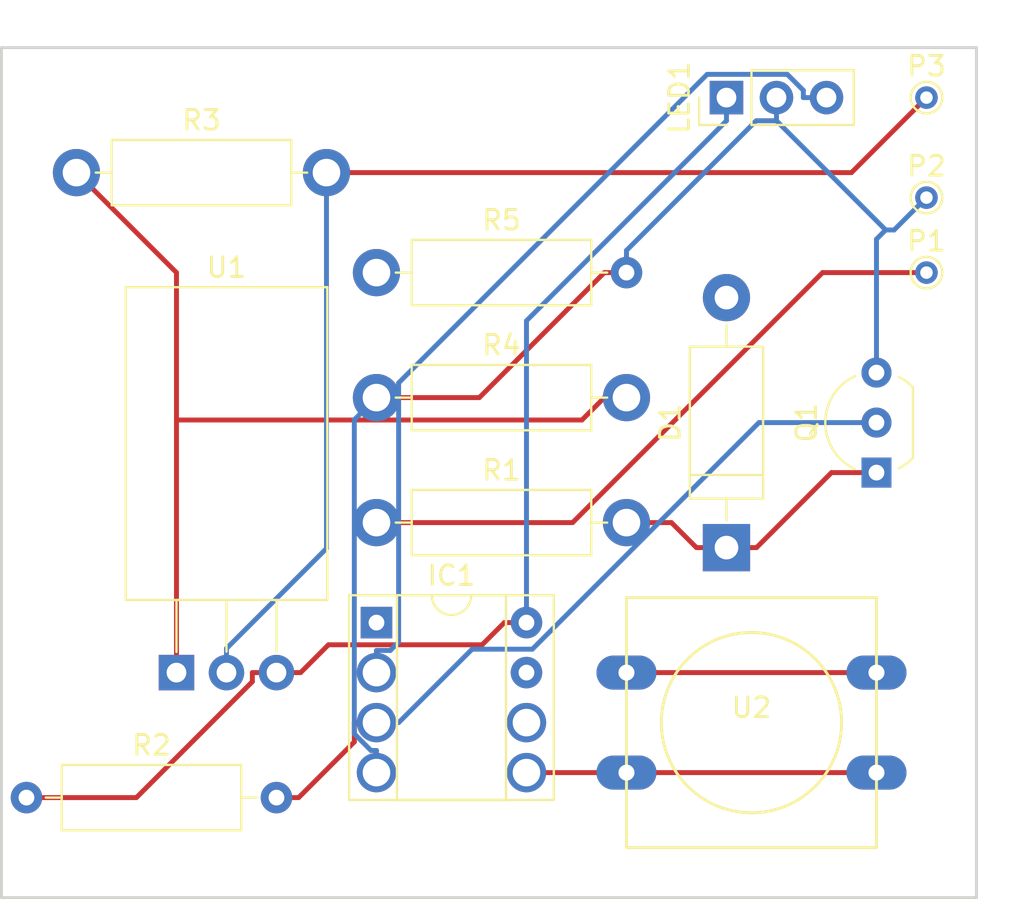
<source format=kicad_pcb>
(kicad_pcb (version 4) (host pcbnew 4.0.5)

  (general
    (links 21)
    (no_connects 0)
    (area 142.164999 96.566666 194.263334 142.315001)
    (thickness 1.6)
    (drawings 4)
    (tracks 70)
    (zones 0)
    (modules 14)
    (nets 16)
  )

  (page A4)
  (layers
    (0 F.Cu signal)
    (31 B.Cu signal)
    (32 B.Adhes user)
    (33 F.Adhes user)
    (34 B.Paste user)
    (35 F.Paste user)
    (36 B.SilkS user)
    (37 F.SilkS user)
    (38 B.Mask user)
    (39 F.Mask user)
    (40 Dwgs.User user)
    (41 Cmts.User user)
    (42 Eco1.User user)
    (43 Eco2.User user)
    (44 Edge.Cuts user)
    (45 Margin user)
    (46 B.CrtYd user)
    (47 F.CrtYd user)
    (48 B.Fab user)
    (49 F.Fab user)
  )

  (setup
    (last_trace_width 0.25)
    (trace_clearance 0.2)
    (zone_clearance 0.508)
    (zone_45_only no)
    (trace_min 0.2)
    (segment_width 0.2)
    (edge_width 0.15)
    (via_size 0.6)
    (via_drill 0.4)
    (via_min_size 0.4)
    (via_min_drill 0.3)
    (uvia_size 0.3)
    (uvia_drill 0.1)
    (uvias_allowed no)
    (uvia_min_size 0.2)
    (uvia_min_drill 0.1)
    (pcb_text_width 0.3)
    (pcb_text_size 1.5 1.5)
    (mod_edge_width 0.15)
    (mod_text_size 1 1)
    (mod_text_width 0.15)
    (pad_size 2 2)
    (pad_drill 1.4)
    (pad_to_mask_clearance 0.2)
    (aux_axis_origin 0 0)
    (visible_elements 7FFFFFFF)
    (pcbplotparams
      (layerselection 0x01030_80000001)
      (usegerberextensions false)
      (excludeedgelayer true)
      (linewidth 0.100000)
      (plotframeref false)
      (viasonmask false)
      (mode 1)
      (useauxorigin false)
      (hpglpennumber 1)
      (hpglpenspeed 20)
      (hpglpendiameter 15)
      (hpglpenoverlay 2)
      (psnegative false)
      (psa4output false)
      (plotreference true)
      (plotvalue true)
      (plotinvisibletext false)
      (padsonsilk false)
      (subtractmaskfromsilk false)
      (outputformat 1)
      (mirror false)
      (drillshape 0)
      (scaleselection 1)
      (outputdirectory ""))
  )

  (net 0 "")
  (net 1 "Net-(D1-Pad1)")
  (net 2 "Net-(D1-Pad2)")
  (net 3 "Net-(IC1-Pad8)")
  (net 4 GND)
  (net 5 "Net-(IC1-Pad2)")
  (net 6 "Net-(P1-Pad1)")
  (net 7 "Net-(IC1-Pad3)")
  (net 8 "Net-(R3-Pad1)")
  (net 9 "Net-(R5-Pad1)")
  (net 10 "Net-(U2-Pad1)")
  (net 11 "Net-(IC1-Pad5)")
  (net 12 "Net-(IC1-Pad1)")
  (net 13 "Net-(IC1-Pad6)")
  (net 14 "Net-(IC1-Pad7)")
  (net 15 "Net-(P3-Pad1)")

  (net_class Default "This is the default net class."
    (clearance 0.2)
    (trace_width 0.25)
    (via_dia 0.6)
    (via_drill 0.4)
    (uvia_dia 0.3)
    (uvia_drill 0.1)
    (add_net GND)
    (add_net "Net-(D1-Pad1)")
    (add_net "Net-(D1-Pad2)")
    (add_net "Net-(IC1-Pad1)")
    (add_net "Net-(IC1-Pad2)")
    (add_net "Net-(IC1-Pad3)")
    (add_net "Net-(IC1-Pad5)")
    (add_net "Net-(IC1-Pad6)")
    (add_net "Net-(IC1-Pad7)")
    (add_net "Net-(IC1-Pad8)")
    (add_net "Net-(P1-Pad1)")
    (add_net "Net-(P3-Pad1)")
    (add_net "Net-(R3-Pad1)")
    (add_net "Net-(R5-Pad1)")
    (add_net "Net-(U2-Pad1)")
  )

  (module Diodes_THT:D_DO-15_P12.70mm_Horizontal placed (layer F.Cu) (tedit 5877C982) (tstamp 58A38701)
    (at 179.07 124.46 90)
    (descr "D, DO-15 series, Axial, Horizontal, pin pitch=12.7mm, , length*diameter=7.6*3.6mm^2, , http://www.diodes.com/_files/packages/DO-15.pdf")
    (tags "D DO-15 series Axial Horizontal pin pitch 12.7mm  length 7.6mm diameter 3.6mm")
    (path /589CEDBF)
    (fp_text reference D1 (at 6.35 -2.86 90) (layer F.SilkS)
      (effects (font (size 1 1) (thickness 0.15)))
    )
    (fp_text value D (at 6.35 2.86 90) (layer F.Fab)
      (effects (font (size 1 1) (thickness 0.15)))
    )
    (fp_line (start 2.55 -1.8) (end 2.55 1.8) (layer F.Fab) (width 0.1))
    (fp_line (start 2.55 1.8) (end 10.15 1.8) (layer F.Fab) (width 0.1))
    (fp_line (start 10.15 1.8) (end 10.15 -1.8) (layer F.Fab) (width 0.1))
    (fp_line (start 10.15 -1.8) (end 2.55 -1.8) (layer F.Fab) (width 0.1))
    (fp_line (start 0 0) (end 2.55 0) (layer F.Fab) (width 0.1))
    (fp_line (start 12.7 0) (end 10.15 0) (layer F.Fab) (width 0.1))
    (fp_line (start 3.69 -1.8) (end 3.69 1.8) (layer F.Fab) (width 0.1))
    (fp_line (start 2.49 -1.86) (end 2.49 1.86) (layer F.SilkS) (width 0.12))
    (fp_line (start 2.49 1.86) (end 10.21 1.86) (layer F.SilkS) (width 0.12))
    (fp_line (start 10.21 1.86) (end 10.21 -1.86) (layer F.SilkS) (width 0.12))
    (fp_line (start 10.21 -1.86) (end 2.49 -1.86) (layer F.SilkS) (width 0.12))
    (fp_line (start 1.38 0) (end 2.49 0) (layer F.SilkS) (width 0.12))
    (fp_line (start 11.32 0) (end 10.21 0) (layer F.SilkS) (width 0.12))
    (fp_line (start 3.69 -1.86) (end 3.69 1.86) (layer F.SilkS) (width 0.12))
    (fp_line (start -1.45 -2.15) (end -1.45 2.15) (layer F.CrtYd) (width 0.05))
    (fp_line (start -1.45 2.15) (end 14.15 2.15) (layer F.CrtYd) (width 0.05))
    (fp_line (start 14.15 2.15) (end 14.15 -2.15) (layer F.CrtYd) (width 0.05))
    (fp_line (start 14.15 -2.15) (end -1.45 -2.15) (layer F.CrtYd) (width 0.05))
    (pad 1 thru_hole rect (at 0 0 90) (size 2.4 2.4) (drill 1.2) (layers *.Cu *.Mask)
      (net 1 "Net-(D1-Pad1)"))
    (pad 2 thru_hole oval (at 12.7 0 90) (size 2.4 2.4) (drill 1.2) (layers *.Cu *.Mask)
      (net 2 "Net-(D1-Pad2)"))
    (model Diodes_ThroughHole.3dshapes/D_DO-15_P12.70mm_Horizontal.wrl
      (at (xyz 0 0 0))
      (scale (xyz 0.393701 0.393701 0.393701))
      (rotate (xyz 0 0 0))
    )
  )

  (module Housings_DIP:DIP-8_W7.62mm_Socket placed (layer F.Cu) (tedit 58A3934F) (tstamp 58A3870D)
    (at 161.29 128.27)
    (descr "8-lead dip package, row spacing 7.62 mm (300 mils), Socket")
    (tags "DIL DIP PDIP 2.54mm 7.62mm 300mil Socket")
    (path /589CF11E)
    (fp_text reference IC1 (at 3.81 -2.39) (layer F.SilkS)
      (effects (font (size 1 1) (thickness 0.15)))
    )
    (fp_text value ATTINY85-P (at 3.81 10.01) (layer F.Fab)
      (effects (font (size 1 1) (thickness 0.15)))
    )
    (fp_arc (start 3.81 -1.39) (end 2.81 -1.39) (angle -180) (layer F.SilkS) (width 0.12))
    (fp_line (start 1.635 -1.27) (end 6.985 -1.27) (layer F.Fab) (width 0.1))
    (fp_line (start 6.985 -1.27) (end 6.985 8.89) (layer F.Fab) (width 0.1))
    (fp_line (start 6.985 8.89) (end 0.635 8.89) (layer F.Fab) (width 0.1))
    (fp_line (start 0.635 8.89) (end 0.635 -0.27) (layer F.Fab) (width 0.1))
    (fp_line (start 0.635 -0.27) (end 1.635 -1.27) (layer F.Fab) (width 0.1))
    (fp_line (start -1.27 -1.27) (end -1.27 8.89) (layer F.Fab) (width 0.1))
    (fp_line (start -1.27 8.89) (end 8.89 8.89) (layer F.Fab) (width 0.1))
    (fp_line (start 8.89 8.89) (end 8.89 -1.27) (layer F.Fab) (width 0.1))
    (fp_line (start 8.89 -1.27) (end -1.27 -1.27) (layer F.Fab) (width 0.1))
    (fp_line (start 2.81 -1.39) (end 1.04 -1.39) (layer F.SilkS) (width 0.12))
    (fp_line (start 1.04 -1.39) (end 1.04 9.01) (layer F.SilkS) (width 0.12))
    (fp_line (start 1.04 9.01) (end 6.58 9.01) (layer F.SilkS) (width 0.12))
    (fp_line (start 6.58 9.01) (end 6.58 -1.39) (layer F.SilkS) (width 0.12))
    (fp_line (start 6.58 -1.39) (end 4.81 -1.39) (layer F.SilkS) (width 0.12))
    (fp_line (start -1.39 -1.39) (end -1.39 9.01) (layer F.SilkS) (width 0.12))
    (fp_line (start -1.39 9.01) (end 9.01 9.01) (layer F.SilkS) (width 0.12))
    (fp_line (start 9.01 9.01) (end 9.01 -1.39) (layer F.SilkS) (width 0.12))
    (fp_line (start 9.01 -1.39) (end -1.39 -1.39) (layer F.SilkS) (width 0.12))
    (fp_line (start -1.7 -1.7) (end -1.7 9.3) (layer F.CrtYd) (width 0.05))
    (fp_line (start -1.7 9.3) (end 9.3 9.3) (layer F.CrtYd) (width 0.05))
    (fp_line (start 9.3 9.3) (end 9.3 -1.7) (layer F.CrtYd) (width 0.05))
    (fp_line (start 9.3 -1.7) (end -1.7 -1.7) (layer F.CrtYd) (width 0.05))
    (pad 1 thru_hole rect (at 0 0) (size 1.6 1.6) (drill 0.8) (layers *.Cu *.Mask)
      (net 12 "Net-(IC1-Pad1)"))
    (pad 5 thru_hole circle (at 7.62 7.62) (size 2 2) (drill 1.4) (layers *.Cu *.Mask)
      (net 11 "Net-(IC1-Pad5)"))
    (pad 2 thru_hole circle (at 0 2.54) (size 2 2) (drill 1.4) (layers *.Cu *.Mask)
      (net 5 "Net-(IC1-Pad2)"))
    (pad 6 thru_hole circle (at 7.62 5.08) (size 2 2) (drill 1.4) (layers *.Cu *.Mask)
      (net 13 "Net-(IC1-Pad6)"))
    (pad 3 thru_hole circle (at 0 5.08) (size 2 2) (drill 1.4) (layers *.Cu *.Mask)
      (net 7 "Net-(IC1-Pad3)"))
    (pad 7 thru_hole oval (at 7.62 2.54) (size 1.6 1.6) (drill 0.8) (layers *.Cu *.Mask)
      (net 14 "Net-(IC1-Pad7)"))
    (pad 4 thru_hole circle (at 0 7.62) (size 2 2) (drill 1.4) (layers *.Cu *.Mask)
      (net 4 GND))
    (pad 8 thru_hole oval (at 7.62 0) (size 1.6 1.6) (drill 0.8) (layers *.Cu *.Mask)
      (net 3 "Net-(IC1-Pad8)"))
    (model Housings_DIP.3dshapes/DIP-8_W7.62mm_Socket.wrl
      (at (xyz 0 0 0))
      (scale (xyz 1 1 1))
      (rotate (xyz 0 0 0))
    )
  )

  (module Pin_Headers:Pin_Header_Straight_1x03_Pitch2.54mm placed (layer F.Cu) (tedit 5862ED52) (tstamp 58A38714)
    (at 179.07 101.6 90)
    (descr "Through hole straight pin header, 1x03, 2.54mm pitch, single row")
    (tags "Through hole pin header THT 1x03 2.54mm single row")
    (path /589D2BEF)
    (fp_text reference LED1 (at 0 -2.39 90) (layer F.SilkS)
      (effects (font (size 1 1) (thickness 0.15)))
    )
    (fp_text value CONN_01X03 (at 0 7.47 90) (layer F.Fab)
      (effects (font (size 1 1) (thickness 0.15)))
    )
    (fp_line (start -1.27 -1.27) (end -1.27 6.35) (layer F.Fab) (width 0.1))
    (fp_line (start -1.27 6.35) (end 1.27 6.35) (layer F.Fab) (width 0.1))
    (fp_line (start 1.27 6.35) (end 1.27 -1.27) (layer F.Fab) (width 0.1))
    (fp_line (start 1.27 -1.27) (end -1.27 -1.27) (layer F.Fab) (width 0.1))
    (fp_line (start -1.39 1.27) (end -1.39 6.47) (layer F.SilkS) (width 0.12))
    (fp_line (start -1.39 6.47) (end 1.39 6.47) (layer F.SilkS) (width 0.12))
    (fp_line (start 1.39 6.47) (end 1.39 1.27) (layer F.SilkS) (width 0.12))
    (fp_line (start 1.39 1.27) (end -1.39 1.27) (layer F.SilkS) (width 0.12))
    (fp_line (start -1.39 0) (end -1.39 -1.39) (layer F.SilkS) (width 0.12))
    (fp_line (start -1.39 -1.39) (end 0 -1.39) (layer F.SilkS) (width 0.12))
    (fp_line (start -1.6 -1.6) (end -1.6 6.6) (layer F.CrtYd) (width 0.05))
    (fp_line (start -1.6 6.6) (end 1.6 6.6) (layer F.CrtYd) (width 0.05))
    (fp_line (start 1.6 6.6) (end 1.6 -1.6) (layer F.CrtYd) (width 0.05))
    (fp_line (start 1.6 -1.6) (end -1.6 -1.6) (layer F.CrtYd) (width 0.05))
    (pad 1 thru_hole rect (at 0 0 90) (size 1.7 1.7) (drill 1) (layers *.Cu *.Mask)
      (net 3 "Net-(IC1-Pad8)"))
    (pad 2 thru_hole oval (at 0 2.54 90) (size 1.7 1.7) (drill 1) (layers *.Cu *.Mask)
      (net 4 GND))
    (pad 3 thru_hole oval (at 0 5.08 90) (size 1.7 1.7) (drill 1) (layers *.Cu *.Mask)
      (net 5 "Net-(IC1-Pad2)"))
    (model Pin_Headers.3dshapes/Pin_Header_Straight_1x03_Pitch2.54mm.wrl
      (at (xyz 0 -0.1 0))
      (scale (xyz 1 1 1))
      (rotate (xyz 0 0 90))
    )
  )

  (module Connectors:PINTST placed (layer F.Cu) (tedit 58613369) (tstamp 58A3871C)
    (at 189.23 110.49)
    (descr "module 1 pin (ou trou mecanique de percage)")
    (tags DEV)
    (path /589D1326)
    (fp_text reference P1 (at 0 -1.6) (layer F.SilkS)
      (effects (font (size 1 1) (thickness 0.15)))
    )
    (fp_text value CONN_01X01 (at 0 1.6) (layer F.Fab)
      (effects (font (size 1 1) (thickness 0.15)))
    )
    (fp_circle (center 0 0) (end 1.1 0) (layer F.CrtYd) (width 0.05))
    (fp_circle (center 0 0) (end 0.4 0.6) (layer F.Fab) (width 0.1))
    (fp_circle (center 0 0) (end -0.254 -0.762) (layer F.SilkS) (width 0.12))
    (pad 1 thru_hole circle (at 0 0) (size 1.143 1.143) (drill 0.635) (layers *.Cu *.Mask)
      (net 6 "Net-(P1-Pad1)"))
    (model Connectors.3dshapes/PINTST.wrl
      (at (xyz 0 0 0))
      (scale (xyz 1 1 1))
      (rotate (xyz 0 0 0))
    )
  )

  (module Connectors:PINTST placed (layer F.Cu) (tedit 58613369) (tstamp 58A38724)
    (at 189.23 106.68)
    (descr "module 1 pin (ou trou mecanique de percage)")
    (tags DEV)
    (path /58A388F4)
    (fp_text reference P2 (at 0 -1.6) (layer F.SilkS)
      (effects (font (size 1 1) (thickness 0.15)))
    )
    (fp_text value CONN_01X01 (at 0 1.6) (layer F.Fab)
      (effects (font (size 1 1) (thickness 0.15)))
    )
    (fp_circle (center 0 0) (end 1.1 0) (layer F.CrtYd) (width 0.05))
    (fp_circle (center 0 0) (end 0.4 0.6) (layer F.Fab) (width 0.1))
    (fp_circle (center 0 0) (end -0.254 -0.762) (layer F.SilkS) (width 0.12))
    (pad 1 thru_hole circle (at 0 0) (size 1.143 1.143) (drill 0.635) (layers *.Cu *.Mask)
      (net 4 GND))
    (model Connectors.3dshapes/PINTST.wrl
      (at (xyz 0 0 0))
      (scale (xyz 1 1 1))
      (rotate (xyz 0 0 0))
    )
  )

  (module Connectors:PINTST placed (layer F.Cu) (tedit 58613369) (tstamp 58A3872C)
    (at 189.23 101.6)
    (descr "module 1 pin (ou trou mecanique de percage)")
    (tags DEV)
    (path /58A38F00)
    (fp_text reference P3 (at 0 -1.6) (layer F.SilkS)
      (effects (font (size 1 1) (thickness 0.15)))
    )
    (fp_text value CONN_01X01 (at 0 1.6) (layer F.Fab)
      (effects (font (size 1 1) (thickness 0.15)))
    )
    (fp_circle (center 0 0) (end 1.1 0) (layer F.CrtYd) (width 0.05))
    (fp_circle (center 0 0) (end 0.4 0.6) (layer F.Fab) (width 0.1))
    (fp_circle (center 0 0) (end -0.254 -0.762) (layer F.SilkS) (width 0.12))
    (pad 1 thru_hole circle (at 0 0) (size 1.143 1.143) (drill 0.635) (layers *.Cu *.Mask)
      (net 15 "Net-(P3-Pad1)"))
    (model Connectors.3dshapes/PINTST.wrl
      (at (xyz 0 0 0))
      (scale (xyz 1 1 1))
      (rotate (xyz 0 0 0))
    )
  )

  (module TO_SOT_Packages_THT:TO-92_Inline_Wide placed (layer F.Cu) (tedit 58610935) (tstamp 58A38733)
    (at 186.69 120.65 90)
    (descr "TO-92 leads in-line, wide, drill 0.8mm (see NXP sot054_po.pdf)")
    (tags "to-92 sc-43 sc-43a sot54 PA33 transistor")
    (path /589CED65)
    (fp_text reference Q1 (at 2.54 -3.556 270) (layer F.SilkS)
      (effects (font (size 1 1) (thickness 0.15)))
    )
    (fp_text value Q_NPN_BCE (at 2.54 2.794 90) (layer F.Fab)
      (effects (font (size 1 1) (thickness 0.15)))
    )
    (fp_line (start -1.1 -3) (end 6.1 -3) (layer F.CrtYd) (width 0.05))
    (fp_line (start 6.1 -3) (end 6.1 2.3) (layer F.CrtYd) (width 0.05))
    (fp_line (start 6.1 2.3) (end -1.1 2.3) (layer F.CrtYd) (width 0.05))
    (fp_line (start -1.1 2.3) (end -1.1 -3) (layer F.CrtYd) (width 0.05))
    (fp_line (start 0.74 1.85) (end 4.34 1.85) (layer F.SilkS) (width 0.12))
    (fp_line (start 0.8 1.75) (end 4.3 1.75) (layer F.Fab) (width 0.1))
    (fp_arc (start 2.54 0) (end 0.74 1.85) (angle 20) (layer F.SilkS) (width 0.12))
    (fp_arc (start 2.54 0) (end 2.54 -2.6) (angle -65) (layer F.SilkS) (width 0.12))
    (fp_arc (start 2.54 0) (end 2.54 -2.6) (angle 65) (layer F.SilkS) (width 0.12))
    (fp_arc (start 2.54 0) (end 2.54 -2.48) (angle 135) (layer F.Fab) (width 0.1))
    (fp_arc (start 2.54 0) (end 2.54 -2.48) (angle -135) (layer F.Fab) (width 0.1))
    (fp_arc (start 2.54 0) (end 4.34 1.85) (angle -20) (layer F.SilkS) (width 0.12))
    (pad 2 thru_hole circle (at 2.54 0 180) (size 1.524 1.524) (drill 0.8) (layers *.Cu *.Mask)
      (net 7 "Net-(IC1-Pad3)"))
    (pad 3 thru_hole circle (at 5.08 0 180) (size 1.524 1.524) (drill 0.8) (layers *.Cu *.Mask)
      (net 4 GND))
    (pad 1 thru_hole rect (at 0 0 180) (size 1.524 1.524) (drill 0.8) (layers *.Cu *.Mask)
      (net 1 "Net-(D1-Pad1)"))
    (model TO_SOT_Packages_THT.3dshapes/TO-92_Inline_Wide.wrl
      (at (xyz 0.1 0 0))
      (scale (xyz 1 1 1))
      (rotate (xyz 0 0 -90))
    )
  )

  (module Resistors_THT:R_Axial_DIN0309_L9.0mm_D3.2mm_P12.70mm_Horizontal placed (layer F.Cu) (tedit 58A39182) (tstamp 58A38739)
    (at 161.29 123.19)
    (descr "Resistor, Axial_DIN0309 series, Axial, Horizontal, pin pitch=12.7mm, 0.5W = 1/2W, length*diameter=9*3.2mm^2, http://cdn-reichelt.de/documents/datenblatt/B400/1_4W%23YAG.pdf")
    (tags "Resistor Axial_DIN0309 series Axial Horizontal pin pitch 12.7mm 0.5W = 1/2W length 9mm diameter 3.2mm")
    (path /589CECD3)
    (fp_text reference R1 (at 6.35 -2.66) (layer F.SilkS)
      (effects (font (size 1 1) (thickness 0.15)))
    )
    (fp_text value 3.3k (at 6.35 2.66) (layer F.Fab)
      (effects (font (size 1 1) (thickness 0.15)))
    )
    (fp_line (start 1.85 -1.6) (end 1.85 1.6) (layer F.Fab) (width 0.1))
    (fp_line (start 1.85 1.6) (end 10.85 1.6) (layer F.Fab) (width 0.1))
    (fp_line (start 10.85 1.6) (end 10.85 -1.6) (layer F.Fab) (width 0.1))
    (fp_line (start 10.85 -1.6) (end 1.85 -1.6) (layer F.Fab) (width 0.1))
    (fp_line (start 0 0) (end 1.85 0) (layer F.Fab) (width 0.1))
    (fp_line (start 12.7 0) (end 10.85 0) (layer F.Fab) (width 0.1))
    (fp_line (start 1.79 -1.66) (end 1.79 1.66) (layer F.SilkS) (width 0.12))
    (fp_line (start 1.79 1.66) (end 10.91 1.66) (layer F.SilkS) (width 0.12))
    (fp_line (start 10.91 1.66) (end 10.91 -1.66) (layer F.SilkS) (width 0.12))
    (fp_line (start 10.91 -1.66) (end 1.79 -1.66) (layer F.SilkS) (width 0.12))
    (fp_line (start 0.98 0) (end 1.79 0) (layer F.SilkS) (width 0.12))
    (fp_line (start 11.72 0) (end 10.91 0) (layer F.SilkS) (width 0.12))
    (fp_line (start -1.05 -1.95) (end -1.05 1.95) (layer F.CrtYd) (width 0.05))
    (fp_line (start -1.05 1.95) (end 13.75 1.95) (layer F.CrtYd) (width 0.05))
    (fp_line (start 13.75 1.95) (end 13.75 -1.95) (layer F.CrtYd) (width 0.05))
    (fp_line (start 13.75 -1.95) (end -1.05 -1.95) (layer F.CrtYd) (width 0.05))
    (pad 1 thru_hole circle (at 0 0) (size 2.4 2.4) (drill 1.4) (layers *.Cu *.Mask)
      (net 6 "Net-(P1-Pad1)"))
    (pad 2 thru_hole circle (at 12.7 0) (size 2.4 2.4) (drill 1.4) (layers *.Cu *.Mask)
      (net 1 "Net-(D1-Pad1)"))
    (model Resistors_ThroughHole.3dshapes/R_Axial_DIN0309_L9.0mm_D3.2mm_P12.70mm_Horizontal.wrl
      (at (xyz 0 0 0))
      (scale (xyz 0.393701 0.393701 0.393701))
      (rotate (xyz 0 0 0))
    )
  )

  (module Resistors_THT:R_Axial_DIN0309_L9.0mm_D3.2mm_P12.70mm_Horizontal placed (layer F.Cu) (tedit 5874F706) (tstamp 58A3873F)
    (at 143.51 137.16)
    (descr "Resistor, Axial_DIN0309 series, Axial, Horizontal, pin pitch=12.7mm, 0.5W = 1/2W, length*diameter=9*3.2mm^2, http://cdn-reichelt.de/documents/datenblatt/B400/1_4W%23YAG.pdf")
    (tags "Resistor Axial_DIN0309 series Axial Horizontal pin pitch 12.7mm 0.5W = 1/2W length 9mm diameter 3.2mm")
    (path /589CED08)
    (fp_text reference R2 (at 6.35 -2.66) (layer F.SilkS)
      (effects (font (size 1 1) (thickness 0.15)))
    )
    (fp_text value 10k (at 6.35 2.66) (layer F.Fab)
      (effects (font (size 1 1) (thickness 0.15)))
    )
    (fp_line (start 1.85 -1.6) (end 1.85 1.6) (layer F.Fab) (width 0.1))
    (fp_line (start 1.85 1.6) (end 10.85 1.6) (layer F.Fab) (width 0.1))
    (fp_line (start 10.85 1.6) (end 10.85 -1.6) (layer F.Fab) (width 0.1))
    (fp_line (start 10.85 -1.6) (end 1.85 -1.6) (layer F.Fab) (width 0.1))
    (fp_line (start 0 0) (end 1.85 0) (layer F.Fab) (width 0.1))
    (fp_line (start 12.7 0) (end 10.85 0) (layer F.Fab) (width 0.1))
    (fp_line (start 1.79 -1.66) (end 1.79 1.66) (layer F.SilkS) (width 0.12))
    (fp_line (start 1.79 1.66) (end 10.91 1.66) (layer F.SilkS) (width 0.12))
    (fp_line (start 10.91 1.66) (end 10.91 -1.66) (layer F.SilkS) (width 0.12))
    (fp_line (start 10.91 -1.66) (end 1.79 -1.66) (layer F.SilkS) (width 0.12))
    (fp_line (start 0.98 0) (end 1.79 0) (layer F.SilkS) (width 0.12))
    (fp_line (start 11.72 0) (end 10.91 0) (layer F.SilkS) (width 0.12))
    (fp_line (start -1.05 -1.95) (end -1.05 1.95) (layer F.CrtYd) (width 0.05))
    (fp_line (start -1.05 1.95) (end 13.75 1.95) (layer F.CrtYd) (width 0.05))
    (fp_line (start 13.75 1.95) (end 13.75 -1.95) (layer F.CrtYd) (width 0.05))
    (fp_line (start 13.75 -1.95) (end -1.05 -1.95) (layer F.CrtYd) (width 0.05))
    (pad 1 thru_hole circle (at 0 0) (size 1.6 1.6) (drill 0.8) (layers *.Cu *.Mask)
      (net 3 "Net-(IC1-Pad8)"))
    (pad 2 thru_hole oval (at 12.7 0) (size 1.6 1.6) (drill 0.8) (layers *.Cu *.Mask)
      (net 7 "Net-(IC1-Pad3)"))
    (model Resistors_ThroughHole.3dshapes/R_Axial_DIN0309_L9.0mm_D3.2mm_P12.70mm_Horizontal.wrl
      (at (xyz 0 0 0))
      (scale (xyz 0.393701 0.393701 0.393701))
      (rotate (xyz 0 0 0))
    )
  )

  (module Resistors_THT:R_Axial_DIN0309_L9.0mm_D3.2mm_P12.70mm_Horizontal placed (layer F.Cu) (tedit 58A390E8) (tstamp 58A38745)
    (at 146.05 105.41)
    (descr "Resistor, Axial_DIN0309 series, Axial, Horizontal, pin pitch=12.7mm, 0.5W = 1/2W, length*diameter=9*3.2mm^2, http://cdn-reichelt.de/documents/datenblatt/B400/1_4W%23YAG.pdf")
    (tags "Resistor Axial_DIN0309 series Axial Horizontal pin pitch 12.7mm 0.5W = 1/2W length 9mm diameter 3.2mm")
    (path /589CFD56)
    (fp_text reference R3 (at 6.35 -2.66) (layer F.SilkS)
      (effects (font (size 1 1) (thickness 0.15)))
    )
    (fp_text value 5 (at 6.35 2.66) (layer F.Fab)
      (effects (font (size 1 1) (thickness 0.15)))
    )
    (fp_line (start 1.85 -1.6) (end 1.85 1.6) (layer F.Fab) (width 0.1))
    (fp_line (start 1.85 1.6) (end 10.85 1.6) (layer F.Fab) (width 0.1))
    (fp_line (start 10.85 1.6) (end 10.85 -1.6) (layer F.Fab) (width 0.1))
    (fp_line (start 10.85 -1.6) (end 1.85 -1.6) (layer F.Fab) (width 0.1))
    (fp_line (start 0 0) (end 1.85 0) (layer F.Fab) (width 0.1))
    (fp_line (start 12.7 0) (end 10.85 0) (layer F.Fab) (width 0.1))
    (fp_line (start 1.79 -1.66) (end 1.79 1.66) (layer F.SilkS) (width 0.12))
    (fp_line (start 1.79 1.66) (end 10.91 1.66) (layer F.SilkS) (width 0.12))
    (fp_line (start 10.91 1.66) (end 10.91 -1.66) (layer F.SilkS) (width 0.12))
    (fp_line (start 10.91 -1.66) (end 1.79 -1.66) (layer F.SilkS) (width 0.12))
    (fp_line (start 0.98 0) (end 1.79 0) (layer F.SilkS) (width 0.12))
    (fp_line (start 11.72 0) (end 10.91 0) (layer F.SilkS) (width 0.12))
    (fp_line (start -1.05 -1.95) (end -1.05 1.95) (layer F.CrtYd) (width 0.05))
    (fp_line (start -1.05 1.95) (end 13.75 1.95) (layer F.CrtYd) (width 0.05))
    (fp_line (start 13.75 1.95) (end 13.75 -1.95) (layer F.CrtYd) (width 0.05))
    (fp_line (start 13.75 -1.95) (end -1.05 -1.95) (layer F.CrtYd) (width 0.05))
    (pad 1 thru_hole circle (at 0 0) (size 2.4 2.4) (drill 1.4) (layers *.Cu *.Mask)
      (net 8 "Net-(R3-Pad1)"))
    (pad 2 thru_hole circle (at 12.7 0) (size 2.4 2.4) (drill 1.4) (layers *.Cu *.Mask)
      (net 15 "Net-(P3-Pad1)"))
    (model Resistors_ThroughHole.3dshapes/R_Axial_DIN0309_L9.0mm_D3.2mm_P12.70mm_Horizontal.wrl
      (at (xyz 0 0 0))
      (scale (xyz 0.393701 0.393701 0.393701))
      (rotate (xyz 0 0 0))
    )
  )

  (module Resistors_THT:R_Axial_DIN0309_L9.0mm_D3.2mm_P12.70mm_Horizontal placed (layer F.Cu) (tedit 58A39171) (tstamp 58A3874B)
    (at 161.29 116.84)
    (descr "Resistor, Axial_DIN0309 series, Axial, Horizontal, pin pitch=12.7mm, 0.5W = 1/2W, length*diameter=9*3.2mm^2, http://cdn-reichelt.de/documents/datenblatt/B400/1_4W%23YAG.pdf")
    (tags "Resistor Axial_DIN0309 series Axial Horizontal pin pitch 12.7mm 0.5W = 1/2W length 9mm diameter 3.2mm")
    (path /589CFD93)
    (fp_text reference R4 (at 6.35 -2.66) (layer F.SilkS)
      (effects (font (size 1 1) (thickness 0.15)))
    )
    (fp_text value 7 (at 6.35 2.66) (layer F.Fab)
      (effects (font (size 1 1) (thickness 0.15)))
    )
    (fp_line (start 1.85 -1.6) (end 1.85 1.6) (layer F.Fab) (width 0.1))
    (fp_line (start 1.85 1.6) (end 10.85 1.6) (layer F.Fab) (width 0.1))
    (fp_line (start 10.85 1.6) (end 10.85 -1.6) (layer F.Fab) (width 0.1))
    (fp_line (start 10.85 -1.6) (end 1.85 -1.6) (layer F.Fab) (width 0.1))
    (fp_line (start 0 0) (end 1.85 0) (layer F.Fab) (width 0.1))
    (fp_line (start 12.7 0) (end 10.85 0) (layer F.Fab) (width 0.1))
    (fp_line (start 1.79 -1.66) (end 1.79 1.66) (layer F.SilkS) (width 0.12))
    (fp_line (start 1.79 1.66) (end 10.91 1.66) (layer F.SilkS) (width 0.12))
    (fp_line (start 10.91 1.66) (end 10.91 -1.66) (layer F.SilkS) (width 0.12))
    (fp_line (start 10.91 -1.66) (end 1.79 -1.66) (layer F.SilkS) (width 0.12))
    (fp_line (start 0.98 0) (end 1.79 0) (layer F.SilkS) (width 0.12))
    (fp_line (start 11.72 0) (end 10.91 0) (layer F.SilkS) (width 0.12))
    (fp_line (start -1.05 -1.95) (end -1.05 1.95) (layer F.CrtYd) (width 0.05))
    (fp_line (start -1.05 1.95) (end 13.75 1.95) (layer F.CrtYd) (width 0.05))
    (fp_line (start 13.75 1.95) (end 13.75 -1.95) (layer F.CrtYd) (width 0.05))
    (fp_line (start 13.75 -1.95) (end -1.05 -1.95) (layer F.CrtYd) (width 0.05))
    (pad 1 thru_hole circle (at 0 0) (size 2.4 2.4) (drill 1.4) (layers *.Cu *.Mask)
      (net 4 GND))
    (pad 2 thru_hole circle (at 12.7 0) (size 2.4 2.4) (drill 1.4) (layers *.Cu *.Mask)
      (net 8 "Net-(R3-Pad1)"))
    (model Resistors_ThroughHole.3dshapes/R_Axial_DIN0309_L9.0mm_D3.2mm_P12.70mm_Horizontal.wrl
      (at (xyz 0 0 0))
      (scale (xyz 0.393701 0.393701 0.393701))
      (rotate (xyz 0 0 0))
    )
  )

  (module Resistors_THT:R_Axial_DIN0309_L9.0mm_D3.2mm_P12.70mm_Horizontal placed (layer F.Cu) (tedit 58A3914A) (tstamp 58A38751)
    (at 161.29 110.49)
    (descr "Resistor, Axial_DIN0309 series, Axial, Horizontal, pin pitch=12.7mm, 0.5W = 1/2W, length*diameter=9*3.2mm^2, http://cdn-reichelt.de/documents/datenblatt/B400/1_4W%23YAG.pdf")
    (tags "Resistor Axial_DIN0309 series Axial Horizontal pin pitch 12.7mm 0.5W = 1/2W length 9mm diameter 3.2mm")
    (path /589D1EA3)
    (fp_text reference R5 (at 6.35 -2.66) (layer F.SilkS)
      (effects (font (size 1 1) (thickness 0.15)))
    )
    (fp_text value 10k (at 6.35 2.66) (layer F.Fab)
      (effects (font (size 1 1) (thickness 0.15)))
    )
    (fp_line (start 1.85 -1.6) (end 1.85 1.6) (layer F.Fab) (width 0.1))
    (fp_line (start 1.85 1.6) (end 10.85 1.6) (layer F.Fab) (width 0.1))
    (fp_line (start 10.85 1.6) (end 10.85 -1.6) (layer F.Fab) (width 0.1))
    (fp_line (start 10.85 -1.6) (end 1.85 -1.6) (layer F.Fab) (width 0.1))
    (fp_line (start 0 0) (end 1.85 0) (layer F.Fab) (width 0.1))
    (fp_line (start 12.7 0) (end 10.85 0) (layer F.Fab) (width 0.1))
    (fp_line (start 1.79 -1.66) (end 1.79 1.66) (layer F.SilkS) (width 0.12))
    (fp_line (start 1.79 1.66) (end 10.91 1.66) (layer F.SilkS) (width 0.12))
    (fp_line (start 10.91 1.66) (end 10.91 -1.66) (layer F.SilkS) (width 0.12))
    (fp_line (start 10.91 -1.66) (end 1.79 -1.66) (layer F.SilkS) (width 0.12))
    (fp_line (start 0.98 0) (end 1.79 0) (layer F.SilkS) (width 0.12))
    (fp_line (start 11.72 0) (end 10.91 0) (layer F.SilkS) (width 0.12))
    (fp_line (start -1.05 -1.95) (end -1.05 1.95) (layer F.CrtYd) (width 0.05))
    (fp_line (start -1.05 1.95) (end 13.75 1.95) (layer F.CrtYd) (width 0.05))
    (fp_line (start 13.75 1.95) (end 13.75 -1.95) (layer F.CrtYd) (width 0.05))
    (fp_line (start 13.75 -1.95) (end -1.05 -1.95) (layer F.CrtYd) (width 0.05))
    (pad 1 thru_hole circle (at 0 0) (size 2.4 2.4) (drill 1.4) (layers *.Cu *.Mask)
      (net 9 "Net-(R5-Pad1)"))
    (pad 2 thru_hole oval (at 12.7 0) (size 1.6 1.6) (drill 0.8) (layers *.Cu *.Mask)
      (net 4 GND))
    (model Resistors_ThroughHole.3dshapes/R_Axial_DIN0309_L9.0mm_D3.2mm_P12.70mm_Horizontal.wrl
      (at (xyz 0 0 0))
      (scale (xyz 0.393701 0.393701 0.393701))
      (rotate (xyz 0 0 0))
    )
  )

  (module TO_SOT_Packages_THT:TO-220_Horizontal placed (layer F.Cu) (tedit 58A217F3) (tstamp 58A38759)
    (at 151.13 130.81)
    (descr "TO-220, Horizontal, RM 2.54mm")
    (tags "TO-220 Horizontal RM 2.54mm")
    (path /589CFC51)
    (fp_text reference U1 (at 2.54 -20.58) (layer F.SilkS)
      (effects (font (size 1 1) (thickness 0.15)))
    )
    (fp_text value LM317K (at 2.54 1.9) (layer F.Fab)
      (effects (font (size 1 1) (thickness 0.15)))
    )
    (fp_circle (center 2.54 -16.66) (end 4.39 -16.66) (layer F.Fab) (width 0.1))
    (fp_line (start -2.46 -13.06) (end -2.46 -19.46) (layer F.Fab) (width 0.1))
    (fp_line (start -2.46 -19.46) (end 7.54 -19.46) (layer F.Fab) (width 0.1))
    (fp_line (start 7.54 -19.46) (end 7.54 -13.06) (layer F.Fab) (width 0.1))
    (fp_line (start 7.54 -13.06) (end -2.46 -13.06) (layer F.Fab) (width 0.1))
    (fp_line (start -2.46 -3.81) (end -2.46 -13.06) (layer F.Fab) (width 0.1))
    (fp_line (start -2.46 -13.06) (end 7.54 -13.06) (layer F.Fab) (width 0.1))
    (fp_line (start 7.54 -13.06) (end 7.54 -3.81) (layer F.Fab) (width 0.1))
    (fp_line (start 7.54 -3.81) (end -2.46 -3.81) (layer F.Fab) (width 0.1))
    (fp_line (start 0 -3.81) (end 0 0) (layer F.Fab) (width 0.1))
    (fp_line (start 2.54 -3.81) (end 2.54 0) (layer F.Fab) (width 0.1))
    (fp_line (start 5.08 -3.81) (end 5.08 0) (layer F.Fab) (width 0.1))
    (fp_line (start -2.58 -3.69) (end 7.66 -3.69) (layer F.SilkS) (width 0.12))
    (fp_line (start -2.58 -19.58) (end 7.66 -19.58) (layer F.SilkS) (width 0.12))
    (fp_line (start -2.58 -19.58) (end -2.58 -3.69) (layer F.SilkS) (width 0.12))
    (fp_line (start 7.66 -19.58) (end 7.66 -3.69) (layer F.SilkS) (width 0.12))
    (fp_line (start 0 -3.69) (end 0 -1.05) (layer F.SilkS) (width 0.12))
    (fp_line (start 2.54 -3.69) (end 2.54 -1.066) (layer F.SilkS) (width 0.12))
    (fp_line (start 5.08 -3.69) (end 5.08 -1.066) (layer F.SilkS) (width 0.12))
    (fp_line (start -2.71 -19.71) (end -2.71 1.15) (layer F.CrtYd) (width 0.05))
    (fp_line (start -2.71 1.15) (end 7.79 1.15) (layer F.CrtYd) (width 0.05))
    (fp_line (start 7.79 1.15) (end 7.79 -19.71) (layer F.CrtYd) (width 0.05))
    (fp_line (start 7.79 -19.71) (end -2.71 -19.71) (layer F.CrtYd) (width 0.05))
    (fp_text user %R (at 2.54 -20.58) (layer F.Fab)
      (effects (font (size 1 1) (thickness 0.15)))
    )
    (pad None np_thru_hole oval (at 2.54 -16.66) (size 3.5 3.5) (drill 3.5) (layers *.Cu *.Mask))
    (pad 1 thru_hole rect (at 0 0) (size 1.8 1.8) (drill 1) (layers *.Cu *.Mask)
      (net 8 "Net-(R3-Pad1)"))
    (pad 2 thru_hole oval (at 2.54 0) (size 1.8 1.8) (drill 1) (layers *.Cu *.Mask)
      (net 15 "Net-(P3-Pad1)"))
    (pad 3 thru_hole oval (at 5.08 0) (size 1.8 1.8) (drill 1) (layers *.Cu *.Mask)
      (net 3 "Net-(IC1-Pad8)"))
    (model TO_SOT_Packages_THT.3dshapes/TO-220_Horizontal.wrl
      (at (xyz 0.1 0 0))
      (scale (xyz 0.393701 0.393701 0.393701))
      (rotate (xyz 0 0 0))
    )
  )

  (module Buttons_Switches_THT:SW_PUSH-12mm placed (layer F.Cu) (tedit 53FD9538) (tstamp 58A38761)
    (at 180.34 133.35)
    (path /589D1348)
    (fp_text reference U2 (at 0 -0.762) (layer F.SilkS)
      (effects (font (size 1 1) (thickness 0.15)))
    )
    (fp_text value DG9421 (at 0 1.016) (layer F.Fab)
      (effects (font (size 1 1) (thickness 0.15)))
    )
    (fp_circle (center 0 0) (end 3.81 2.54) (layer F.SilkS) (width 0.15))
    (fp_line (start -6.35 -6.35) (end 6.35 -6.35) (layer F.SilkS) (width 0.15))
    (fp_line (start 6.35 -6.35) (end 6.35 6.35) (layer F.SilkS) (width 0.15))
    (fp_line (start 6.35 6.35) (end -6.35 6.35) (layer F.SilkS) (width 0.15))
    (fp_line (start -6.35 6.35) (end -6.35 -6.35) (layer F.SilkS) (width 0.15))
    (pad 1 thru_hole oval (at 6.35 -2.54) (size 3.048 1.7272) (drill 0.8128) (layers *.Cu *.Mask)
      (net 10 "Net-(U2-Pad1)"))
    (pad 2 thru_hole oval (at 6.35 2.54) (size 3.048 1.7272) (drill 0.8128) (layers *.Cu *.Mask)
      (net 11 "Net-(IC1-Pad5)"))
    (pad 1 thru_hole oval (at -6.35 -2.54) (size 3.048 1.7272) (drill 0.8128) (layers *.Cu *.Mask)
      (net 10 "Net-(U2-Pad1)"))
    (pad 2 thru_hole oval (at -6.35 2.54) (size 3.048 1.7272) (drill 0.8128) (layers *.Cu *.Mask)
      (net 11 "Net-(IC1-Pad5)"))
    (model Buttons_Switches_ThroughHole.3dshapes/SW_PUSH-12mm.wrl
      (at (xyz 0 0 0))
      (scale (xyz 4 4 4))
      (rotate (xyz 0 0 0))
    )
  )

  (gr_line (start 191.77 99.06) (end 191.77 142.24) (angle 90) (layer Edge.Cuts) (width 0.15))
  (gr_line (start 142.24 99.06) (end 191.77 99.06) (angle 90) (layer Edge.Cuts) (width 0.15))
  (gr_line (start 142.24 142.24) (end 142.24 99.06) (angle 90) (layer Edge.Cuts) (width 0.15))
  (gr_line (start 191.77 142.24) (end 142.24 142.24) (angle 90) (layer Edge.Cuts) (width 0.15))

  (segment (start 176.2747 123.19) (end 177.5447 124.46) (width 0.25) (layer F.Cu) (net 1))
  (segment (start 173.99 123.19) (end 176.2747 123.19) (width 0.25) (layer F.Cu) (net 1))
  (segment (start 179.07 124.46) (end 177.5447 124.46) (width 0.25) (layer F.Cu) (net 1))
  (segment (start 184.4053 120.65) (end 180.5953 124.46) (width 0.25) (layer F.Cu) (net 1))
  (segment (start 186.69 120.65) (end 184.4053 120.65) (width 0.25) (layer F.Cu) (net 1))
  (segment (start 179.07 124.46) (end 180.5953 124.46) (width 0.25) (layer F.Cu) (net 1))
  (segment (start 166.6594 129.3953) (end 167.7847 128.27) (width 0.25) (layer F.Cu) (net 3))
  (segment (start 158.85 129.3953) (end 166.6594 129.3953) (width 0.25) (layer F.Cu) (net 3))
  (segment (start 157.4353 130.81) (end 158.85 129.3953) (width 0.25) (layer F.Cu) (net 3))
  (segment (start 156.21 130.81) (end 157.4353 130.81) (width 0.25) (layer F.Cu) (net 3))
  (segment (start 168.91 128.27) (end 167.7847 128.27) (width 0.25) (layer F.Cu) (net 3))
  (segment (start 154.9847 131.2695) (end 154.9847 130.81) (width 0.25) (layer F.Cu) (net 3))
  (segment (start 149.0942 137.16) (end 154.9847 131.2695) (width 0.25) (layer F.Cu) (net 3))
  (segment (start 143.51 137.16) (end 149.0942 137.16) (width 0.25) (layer F.Cu) (net 3))
  (segment (start 156.21 130.81) (end 154.9847 130.81) (width 0.25) (layer F.Cu) (net 3))
  (segment (start 168.91 112.9353) (end 168.91 128.27) (width 0.25) (layer B.Cu) (net 3))
  (segment (start 179.07 102.7753) (end 168.91 112.9353) (width 0.25) (layer B.Cu) (net 3))
  (segment (start 179.07 101.6) (end 179.07 102.7753) (width 0.25) (layer B.Cu) (net 3))
  (segment (start 161.0086 134.7647) (end 161.29 134.7647) (width 0.25) (layer B.Cu) (net 4))
  (segment (start 160.1647 133.9208) (end 161.0086 134.7647) (width 0.25) (layer B.Cu) (net 4))
  (segment (start 160.1647 117.9653) (end 160.1647 133.9208) (width 0.25) (layer B.Cu) (net 4))
  (segment (start 161.29 116.84) (end 160.1647 117.9653) (width 0.25) (layer B.Cu) (net 4))
  (segment (start 161.29 135.89) (end 161.29 134.7647) (width 0.25) (layer B.Cu) (net 4))
  (segment (start 166.5147 116.84) (end 161.29 116.84) (width 0.25) (layer F.Cu) (net 4))
  (segment (start 172.8647 110.49) (end 166.5147 116.84) (width 0.25) (layer F.Cu) (net 4))
  (segment (start 173.99 110.49) (end 172.8647 110.49) (width 0.25) (layer F.Cu) (net 4))
  (segment (start 180.5794 102.7753) (end 181.61 102.7753) (width 0.25) (layer B.Cu) (net 4))
  (segment (start 173.99 109.3647) (end 180.5794 102.7753) (width 0.25) (layer B.Cu) (net 4))
  (segment (start 173.99 110.49) (end 173.99 109.3647) (width 0.25) (layer B.Cu) (net 4))
  (segment (start 181.61 101.6) (end 181.61 102.7753) (width 0.25) (layer B.Cu) (net 4))
  (segment (start 186.69 108.7915) (end 187.1581 108.3234) (width 0.25) (layer B.Cu) (net 4))
  (segment (start 186.69 115.57) (end 186.69 108.7915) (width 0.25) (layer B.Cu) (net 4))
  (segment (start 187.5866 108.3234) (end 187.1581 108.3234) (width 0.25) (layer B.Cu) (net 4))
  (segment (start 189.23 106.68) (end 187.5866 108.3234) (width 0.25) (layer B.Cu) (net 4))
  (segment (start 187.1581 108.3234) (end 181.61 102.7753) (width 0.25) (layer B.Cu) (net 4))
  (segment (start 161.9934 129.6847) (end 161.29 129.6847) (width 0.25) (layer B.Cu) (net 5))
  (segment (start 162.4153 129.2628) (end 161.9934 129.6847) (width 0.25) (layer B.Cu) (net 5))
  (segment (start 162.4153 116.0939) (end 162.4153 129.2628) (width 0.25) (layer B.Cu) (net 5))
  (segment (start 178.0893 100.4199) (end 162.4153 116.0939) (width 0.25) (layer B.Cu) (net 5))
  (segment (start 182.1619 100.4199) (end 178.0893 100.4199) (width 0.25) (layer B.Cu) (net 5))
  (segment (start 182.9747 101.2327) (end 182.1619 100.4199) (width 0.25) (layer B.Cu) (net 5))
  (segment (start 182.9747 101.6) (end 182.9747 101.2327) (width 0.25) (layer B.Cu) (net 5))
  (segment (start 184.15 101.6) (end 182.9747 101.6) (width 0.25) (layer B.Cu) (net 5))
  (segment (start 161.29 130.81) (end 161.29 129.6847) (width 0.25) (layer B.Cu) (net 5))
  (segment (start 171.2512 123.19) (end 161.29 123.19) (width 0.25) (layer F.Cu) (net 6))
  (segment (start 183.9512 110.49) (end 171.2512 123.19) (width 0.25) (layer F.Cu) (net 6))
  (segment (start 189.23 110.49) (end 183.9512 110.49) (width 0.25) (layer F.Cu) (net 6))
  (segment (start 180.7195 118.11) (end 186.69 118.11) (width 0.25) (layer B.Cu) (net 7))
  (segment (start 169.2085 129.621) (end 180.7195 118.11) (width 0.25) (layer B.Cu) (net 7))
  (segment (start 166.1443 129.621) (end 169.2085 129.621) (width 0.25) (layer B.Cu) (net 7))
  (segment (start 162.4153 133.35) (end 166.1443 129.621) (width 0.25) (layer B.Cu) (net 7))
  (segment (start 161.29 133.35) (end 162.4153 133.35) (width 0.25) (layer B.Cu) (net 7))
  (segment (start 160.1647 134.3306) (end 160.1647 133.35) (width 0.25) (layer F.Cu) (net 7))
  (segment (start 157.3353 137.16) (end 160.1647 134.3306) (width 0.25) (layer F.Cu) (net 7))
  (segment (start 156.21 137.16) (end 157.3353 137.16) (width 0.25) (layer F.Cu) (net 7))
  (segment (start 161.29 133.35) (end 160.1647 133.35) (width 0.25) (layer F.Cu) (net 7))
  (segment (start 173.99 116.84) (end 172.8647 116.84) (width 0.25) (layer F.Cu) (net 8))
  (segment (start 171.7269 117.9778) (end 151.13 117.9778) (width 0.25) (layer F.Cu) (net 8))
  (segment (start 172.8647 116.84) (end 171.7269 117.9778) (width 0.25) (layer F.Cu) (net 8))
  (segment (start 151.13 130.81) (end 151.13 117.9778) (width 0.25) (layer F.Cu) (net 8))
  (segment (start 151.13 110.49) (end 146.05 105.41) (width 0.25) (layer F.Cu) (net 8))
  (segment (start 151.13 117.9778) (end 151.13 110.49) (width 0.25) (layer F.Cu) (net 8))
  (segment (start 173.99 130.81) (end 186.69 130.81) (width 0.25) (layer F.Cu) (net 10))
  (segment (start 173.99 135.89) (end 168.91 135.89) (width 0.25) (layer F.Cu) (net 11))
  (segment (start 186.69 135.89) (end 173.99 135.89) (width 0.25) (layer F.Cu) (net 11))
  (segment (start 158.75 124.5047) (end 158.75 105.41) (width 0.25) (layer B.Cu) (net 15))
  (segment (start 153.67 129.5847) (end 158.75 124.5047) (width 0.25) (layer B.Cu) (net 15))
  (segment (start 153.67 130.81) (end 153.67 129.5847) (width 0.25) (layer B.Cu) (net 15))
  (segment (start 185.42 105.41) (end 189.23 101.6) (width 0.25) (layer F.Cu) (net 15))
  (segment (start 158.75 105.41) (end 185.42 105.41) (width 0.25) (layer F.Cu) (net 15))

)

</source>
